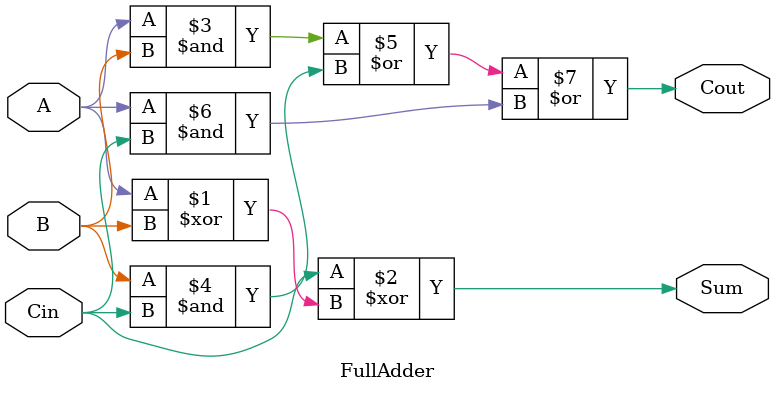
<source format=v>
`timescale 1ns / 1ps
module FullAdder(A,B,Cin,Sum,Cout);
input A,B,Cin;
output Sum, Cout;

assign Sum = Cin^(A^B);
assign Cout = (A&B)|(B&Cin)|(A&Cin);

endmodule

</source>
